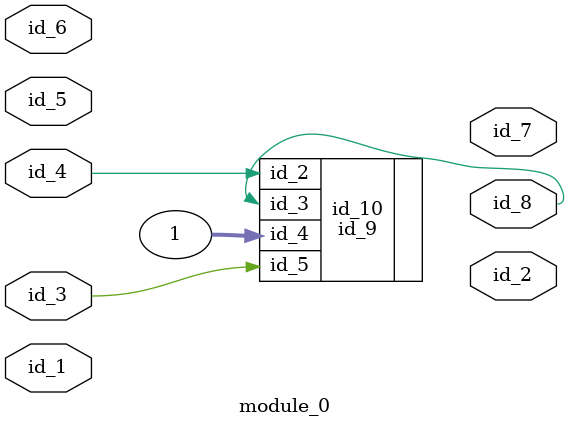
<source format=v>
module module_0 (
    id_1,
    id_2,
    id_3,
    id_4,
    id_5,
    id_6,
    id_7,
    id_8
);
  output id_8;
  output id_7;
  input id_6;
  input id_5;
  input id_4;
  input id_3;
  output id_2;
  input id_1;
  id_9 id_10 (
      .id_3(id_8),
      .id_4(1),
      .id_5(id_4),
      .id_2(id_4),
      .id_5(id_3)
  );
endmodule

</source>
